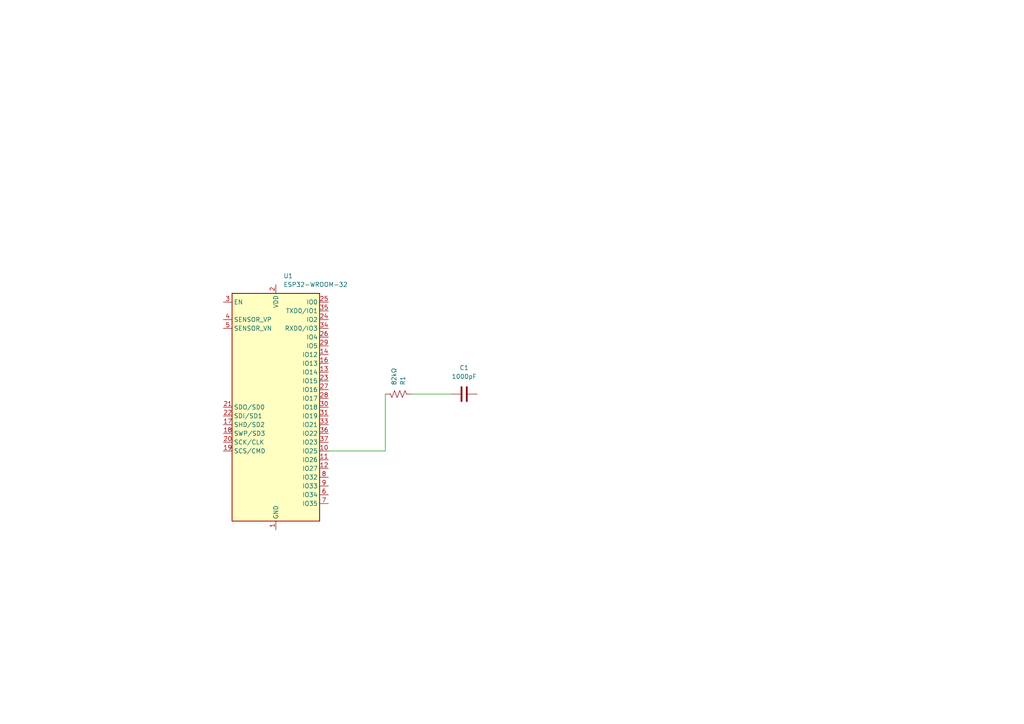
<source format=kicad_sch>
(kicad_sch (version 20231120) (generator "eeschema") (generator_version "8.0")
  (paper "A4")
  (lib_symbols
    (symbol "Device:C" (pin_numbers hide) (pin_names (offset 0.254))
      (property "Reference" "C" (at 0.635 2.54 0))
      (property "Value" "C" (at 0.635 -2.54 0))
      (symbol "C_0_1"
        (polyline (pts (xy -2.032 -0.762) (xy 2.032 -0.762)) (stroke (width 0.508)))
        (polyline (pts (xy -2.032 0.762) (xy 2.032 0.762)) (stroke (width 0.508)))
      )
      (symbol "C_1_1"
        (pin passive line (at 0 3.81 270) (length 2.794) (name "~") (number "1"))
        (pin passive line (at 0 -3.81 90) (length 2.794) (name "~") (number "2"))
      )
    )
    (symbol "Device:R_US" (pin_numbers hide) (pin_names (offset 0))
      (property "Reference" "R" (at 2.54 0 90))
      (property "Value" "R_US" (at -2.54 0 90))
      (symbol "R_US_0_1"
        (polyline (pts (xy 0 -2.286) (xy 0 -2.54)))
        (polyline (pts (xy 0 2.286) (xy 0 2.54)))
        (polyline (pts (xy 0 -0.762) (xy 1.016 -1.143) (xy 0 -1.524) (xy -1.016 -1.905) (xy 0 -2.286)))
        (polyline (pts (xy 0 0.762) (xy 1.016 0.381) (xy 0 0) (xy -1.016 -0.381) (xy 0 -0.762)))
        (polyline (pts (xy 0 2.286) (xy 1.016 1.905) (xy 0 1.524) (xy -1.016 1.143) (xy 0 0.762)))
      )
      (symbol "R_US_1_1"
        (pin passive line (at 0 3.81 270) (length 1.27) (name "~") (number "1"))
        (pin passive line (at 0 -3.81 90) (length 1.27) (name "~") (number "2"))
      )
    )
    (symbol "RF_Module:ESP32-WROOM-32"
      (property "Reference" "U" (at -12.7 34.29 0))
      (property "Value" "ESP32-WROOM-32" (at 1.27 34.29 0))
      (symbol "ESP32-WROOM-32_0_1"
        (rectangle (start -12.7 33.02) (end 12.7 -33.02) (stroke (width 0.254)) (fill (type background)))
      )
      (symbol "ESP32-WROOM-32_1_1"
        (pin power_in line (at 0 -35.56 90) (length 2.54) (name "GND") (number "1"))
        (pin bidirectional line (at 15.24 -12.7 180) (length 2.54) (name "IO25") (number "10"))
        (pin bidirectional line (at 15.24 -15.24 180) (length 2.54) (name "IO26") (number "11"))
        (pin bidirectional line (at 15.24 -17.78 180) (length 2.54) (name "IO27") (number "12"))
        (pin bidirectional line (at 15.24 10.16 180) (length 2.54) (name "IO14") (number "13"))
        (pin bidirectional line (at 15.24 15.24 180) (length 2.54) (name "IO12") (number "14"))
        (pin passive line (at 0 -35.56 90) (length 2.54) hide (name "GND") (number "15"))
        (pin bidirectional line (at 15.24 12.7 180) (length 2.54) (name "IO13") (number "16"))
        (pin bidirectional line (at -15.24 -5.08 0) (length 2.54) (name "SHD/SD2") (number "17"))
        (pin bidirectional line (at -15.24 -7.62 0) (length 2.54) (name "SWP/SD3") (number "18"))
        (pin bidirectional line (at -15.24 -12.7 0) (length 2.54) (name "SCS/CMD") (number "19"))
        (pin power_in line (at 0 35.56 270) (length 2.54) (name "VDD") (number "2"))
        (pin bidirectional line (at -15.24 -10.16 0) (length 2.54) (name "SCK/CLK") (number "20"))
        (pin bidirectional line (at -15.24 0 0) (length 2.54) (name "SDO/SD0") (number "21"))
        (pin bidirectional line (at -15.24 -2.54 0) (length 2.54) (name "SDI/SD1") (number "22"))
        (pin bidirectional line (at 15.24 7.62 180) (length 2.54) (name "IO15") (number "23"))
        (pin bidirectional line (at 15.24 25.4 180) (length 2.54) (name "IO2") (number "24"))
        (pin bidirectional line (at 15.24 30.48 180) (length 2.54) (name "IO0") (number "25"))
        (pin bidirectional line (at 15.24 20.32 180) (length 2.54) (name "IO4") (number "26"))
        (pin bidirectional line (at 15.24 5.08 180) (length 2.54) (name "IO16") (number "27"))
        (pin bidirectional line (at 15.24 2.54 180) (length 2.54) (name "IO17") (number "28"))
        (pin bidirectional line (at 15.24 17.78 180) (length 2.54) (name "IO5") (number "29"))
        (pin input line (at -15.24 30.48 0) (length 2.54) (name "EN") (number "3"))
        (pin bidirectional line (at 15.24 0 180) (length 2.54) (name "IO18") (number "30"))
        (pin bidirectional line (at 15.24 -2.54 180) (length 2.54) (name "IO19") (number "31"))
        (pin no_connect line (at -12.7 -27.94 0) (length 2.54) hide (name "NC") (number "32"))
        (pin bidirectional line (at 15.24 -5.08 180) (length 2.54) (name "IO21") (number "33"))
        (pin bidirectional line (at 15.24 22.86 180) (length 2.54) (name "RXD0/IO3") (number "34"))
        (pin bidirectional line (at 15.24 27.94 180) (length 2.54) (name "TXD0/IO1") (number "35"))
        (pin bidirectional line (at 15.24 -7.62 180) (length 2.54) (name "IO22") (number "36"))
        (pin bidirectional line (at 15.24 -10.16 180) (length 2.54) (name "IO23") (number "37"))
        (pin passive line (at 0 -35.56 90) (length 2.54) hide (name "GND") (number "38"))
        (pin passive line (at 0 -35.56 90) (length 2.54) hide (name "GND") (number "39"))
        (pin input line (at -15.24 25.4 0) (length 2.54) (name "SENSOR_VP") (number "4"))
        (pin input line (at -15.24 22.86 0) (length 2.54) (name "SENSOR_VN") (number "5"))
        (pin input line (at 15.24 -25.4 180) (length 2.54) (name "IO34") (number "6"))
        (pin input line (at 15.24 -27.94 180) (length 2.54) (name "IO35") (number "7"))
        (pin bidirectional line (at 15.24 -20.32 180) (length 2.54) (name "IO32") (number "8"))
        (pin bidirectional line (at 15.24 -22.86 180) (length 2.54) (name "IO33") (number "9"))
      )
    )
  )
  (wire (pts (xy 119.38 114.3) (xy 130.81 114.3)))
  (wire (pts (xy 95.25 130.81) (xy 111.76 130.81)))
  (wire (pts (xy 111.76 130.81) (xy 111.76 114.3)))
  (symbol (lib_id "Device:C") (at 134.62 114.3 90) (unit 1)
    (property "Reference" "C1" (at 134.62 106.68 90))
    (property "Value" "1000pF" (at 134.62 109.22 90))
    (property "Description" "Unpolarized capacitor" (effects (hide yes)))
  )
  (symbol (lib_id "Device:R_US") (at 115.57 114.3 270) (mirror x) (unit 1)
    (property "Reference" "R1" (at 116.8401 111.76 0) (effects (justify left)))
    (property "Value" "82kΩ" (at 114.3001 111.76 0) (effects (justify left)))
    (property "Description" "Resistor, US symbol" (effects (hide yes)))
  )
  (symbol (lib_id "RF_Module:ESP32-WROOM-32") (at 80.01 118.11 0) (unit 1)
    (property "Reference" "U1" (at 82.2041 80.01 0) (effects (justify left)))
    (property "Value" "ESP32-WROOM-32" (at 82.2041 82.55 0) (effects (justify left)))
    (property "Footprint" "RF_Module:ESP32-WROOM-32" (effects (hide yes)))
    (property "Datasheet" "https://www.espressif.com/sites/default/files/documentation/esp32-wroom-32_datasheet_en.pdf" (effects (hide yes)))
    (property "Description" "RF Module, ESP32-D0WDQ6 SoC, Wi-Fi 802.11b/g/n, Bluetooth, BLE, 32-bit, 2.7-3.6V, onboard antenna, SMD" (effects (hide yes)))
  )
)
</source>
